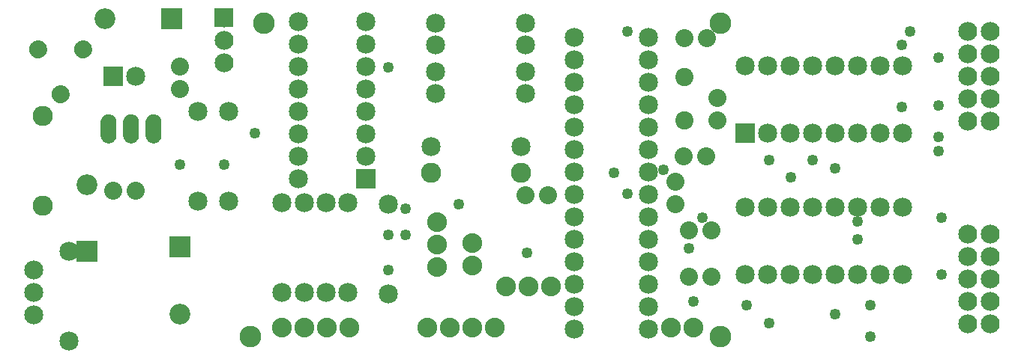
<source format=gbs>
G04 MADE WITH FRITZING*
G04 WWW.FRITZING.ORG*
G04 DOUBLE SIDED*
G04 HOLES PLATED*
G04 CONTOUR ON CENTER OF CONTOUR VECTOR*
%ASAXBY*%
%FSLAX23Y23*%
%MOIN*%
%OFA0B0*%
%SFA1.0B1.0*%
%ADD10C,0.049370*%
%ADD11C,0.080925*%
%ADD12C,0.080866*%
%ADD13C,0.080000*%
%ADD14C,0.096614*%
%ADD15C,0.092000*%
%ADD16C,0.088000*%
%ADD17C,0.085000*%
%ADD18C,0.084000*%
%ADD19C,0.070000*%
%ADD20C,0.090000*%
%ADD21C,0.084667*%
%ADD22C,0.084695*%
%ADD23R,0.092000X0.092000*%
%ADD24R,0.085000X0.085000*%
%ADD25C,0.030000*%
%ADD26R,0.001000X0.001000*%
%LNMASK0*%
G90*
G70*
G54D10*
X2305Y449D03*
X3044Y234D03*
G54D11*
X3005Y1041D03*
G54D12*
X3005Y1234D03*
G54D13*
X3101Y880D03*
X3001Y880D03*
X3105Y1407D03*
X3005Y1407D03*
G54D10*
X4134Y966D03*
X4134Y1108D03*
X4008Y1435D03*
X4134Y903D03*
X3970Y1377D03*
X3379Y864D03*
X3575Y864D03*
X3279Y215D03*
X3831Y215D03*
X3831Y76D03*
X3772Y589D03*
X3772Y510D03*
X4146Y608D03*
X4146Y353D03*
G54D14*
X1075Y77D03*
X3162Y1474D03*
X1134Y1474D03*
X3162Y77D03*
G54D10*
X1686Y1277D03*
X1095Y982D03*
X957Y844D03*
X760Y844D03*
X3674Y825D03*
X2749Y1435D03*
X2749Y714D03*
X3083Y608D03*
X3477Y785D03*
X2910Y821D03*
X3379Y136D03*
X3674Y175D03*
X1764Y648D03*
X1764Y529D03*
X1686Y529D03*
X3969Y1100D03*
X3024Y470D03*
X2001Y667D03*
X2690Y805D03*
X1686Y372D03*
X4134Y1321D03*
G54D13*
X3022Y549D03*
X3123Y549D03*
X3150Y1039D03*
X3150Y1140D03*
G54D15*
X760Y475D03*
X760Y175D03*
G54D16*
X1512Y116D03*
X1412Y116D03*
X1312Y116D03*
X1212Y116D03*
X2409Y301D03*
X2309Y301D03*
X2209Y301D03*
X2944Y116D03*
X3044Y116D03*
X2060Y492D03*
X2060Y392D03*
X1902Y588D03*
X1902Y488D03*
X1902Y388D03*
G54D17*
X1876Y923D03*
X2276Y923D03*
X977Y1079D03*
X977Y679D03*
G54D18*
X4264Y1438D03*
X4364Y1438D03*
X4264Y1338D03*
X4364Y1338D03*
X4264Y1238D03*
X4364Y1238D03*
X4264Y1138D03*
X4364Y1138D03*
X4264Y1038D03*
X4364Y1038D03*
X4264Y533D03*
X4364Y533D03*
X4264Y433D03*
X4364Y433D03*
X4264Y333D03*
X4364Y333D03*
X4264Y233D03*
X4364Y233D03*
X4264Y133D03*
X4364Y133D03*
G54D16*
X1860Y116D03*
X1960Y116D03*
X2060Y116D03*
X2160Y116D03*
G54D17*
X2845Y111D03*
X2845Y211D03*
X2845Y311D03*
X2845Y411D03*
X2845Y511D03*
X2845Y611D03*
X2845Y711D03*
X2845Y811D03*
X2845Y911D03*
X2845Y1011D03*
X2845Y1111D03*
X2845Y1211D03*
X2845Y1311D03*
X2512Y1411D03*
X2512Y1311D03*
X2512Y1211D03*
X2512Y1111D03*
X2512Y1011D03*
X2512Y911D03*
X2512Y811D03*
X2512Y711D03*
X2512Y611D03*
X2512Y511D03*
X2512Y411D03*
X2512Y311D03*
X2512Y211D03*
X2512Y111D03*
X2845Y1411D03*
G54D18*
X957Y1497D03*
X957Y1397D03*
X957Y1297D03*
G54D17*
X1587Y781D03*
X1287Y781D03*
X1587Y881D03*
X1287Y881D03*
X1587Y981D03*
X1287Y981D03*
X1587Y1081D03*
X1287Y1081D03*
X1587Y1181D03*
X1287Y1181D03*
X1587Y1281D03*
X1287Y1281D03*
X1587Y1381D03*
X1287Y1381D03*
X1587Y1481D03*
X1287Y1481D03*
X3274Y352D03*
X3274Y652D03*
X3374Y352D03*
X3374Y652D03*
X3474Y352D03*
X3474Y652D03*
X3574Y352D03*
X3574Y652D03*
X3674Y352D03*
X3674Y652D03*
X3774Y352D03*
X3774Y652D03*
X3874Y352D03*
X3874Y652D03*
X3974Y352D03*
X3974Y652D03*
X3274Y982D03*
X3274Y1282D03*
X3374Y982D03*
X3374Y1282D03*
X3474Y982D03*
X3474Y1282D03*
X3574Y982D03*
X3574Y1282D03*
X3674Y982D03*
X3674Y1282D03*
X3774Y982D03*
X3774Y1282D03*
X3874Y982D03*
X3874Y1282D03*
X3974Y982D03*
X3974Y1282D03*
G54D15*
X724Y1494D03*
X426Y1494D03*
G54D19*
X644Y1002D03*
X544Y1002D03*
X444Y1002D03*
G54D17*
X464Y1238D03*
X564Y1238D03*
G54D13*
X760Y1279D03*
X760Y1179D03*
G54D17*
X1213Y674D03*
X1213Y274D03*
X1312Y674D03*
X1312Y274D03*
X1410Y674D03*
X1410Y274D03*
X1508Y674D03*
X1508Y274D03*
X2296Y1159D03*
X1896Y1159D03*
X2296Y1258D03*
X1896Y1258D03*
X2296Y1376D03*
X1896Y1376D03*
X2296Y1474D03*
X1896Y1474D03*
G54D20*
X150Y1061D03*
X150Y661D03*
G54D17*
X839Y1079D03*
X839Y679D03*
G54D13*
X463Y726D03*
X564Y726D03*
G54D15*
X347Y456D03*
X347Y754D03*
G54D20*
X2276Y805D03*
X1876Y805D03*
G54D13*
X2396Y707D03*
X2296Y707D03*
X2965Y665D03*
X2965Y766D03*
G54D17*
X1686Y667D03*
X1686Y267D03*
G54D13*
X3123Y344D03*
X3022Y344D03*
G54D17*
X268Y457D03*
X268Y57D03*
G54D21*
X111Y172D03*
X111Y272D03*
G54D22*
X111Y372D03*
G54D23*
X760Y475D03*
G54D24*
X1587Y781D03*
X3274Y982D03*
G54D23*
X725Y1494D03*
G54D24*
X464Y1238D03*
G54D23*
X347Y455D03*
G54D25*
G36*
X3246Y380D02*
X3301Y380D01*
X3301Y325D01*
X3246Y325D01*
X3246Y380D01*
G37*
D02*
G54D26*
X915Y1539D02*
X998Y1539D01*
X915Y1538D02*
X998Y1538D01*
X915Y1537D02*
X998Y1537D01*
X915Y1536D02*
X998Y1536D01*
X915Y1535D02*
X998Y1535D01*
X915Y1534D02*
X998Y1534D01*
X915Y1533D02*
X998Y1533D01*
X915Y1532D02*
X998Y1532D01*
X915Y1531D02*
X998Y1531D01*
X915Y1530D02*
X998Y1530D01*
X915Y1529D02*
X998Y1529D01*
X915Y1528D02*
X998Y1528D01*
X915Y1527D02*
X998Y1527D01*
X915Y1526D02*
X998Y1526D01*
X915Y1525D02*
X998Y1525D01*
X915Y1524D02*
X998Y1524D01*
X915Y1523D02*
X998Y1523D01*
X915Y1522D02*
X998Y1522D01*
X915Y1521D02*
X998Y1521D01*
X915Y1520D02*
X998Y1520D01*
X915Y1519D02*
X998Y1519D01*
X915Y1518D02*
X998Y1518D01*
X915Y1517D02*
X998Y1517D01*
X915Y1516D02*
X998Y1516D01*
X915Y1515D02*
X998Y1515D01*
X915Y1514D02*
X998Y1514D01*
X915Y1513D02*
X998Y1513D01*
X915Y1512D02*
X998Y1512D01*
X915Y1511D02*
X951Y1511D01*
X962Y1511D02*
X998Y1511D01*
X915Y1510D02*
X949Y1510D01*
X964Y1510D02*
X998Y1510D01*
X915Y1509D02*
X947Y1509D01*
X966Y1509D02*
X998Y1509D01*
X915Y1508D02*
X946Y1508D01*
X967Y1508D02*
X998Y1508D01*
X915Y1507D02*
X945Y1507D01*
X968Y1507D02*
X998Y1507D01*
X915Y1506D02*
X944Y1506D01*
X969Y1506D02*
X998Y1506D01*
X915Y1505D02*
X944Y1505D01*
X970Y1505D02*
X998Y1505D01*
X915Y1504D02*
X943Y1504D01*
X970Y1504D02*
X998Y1504D01*
X915Y1503D02*
X943Y1503D01*
X971Y1503D02*
X998Y1503D01*
X915Y1502D02*
X942Y1502D01*
X971Y1502D02*
X998Y1502D01*
X915Y1501D02*
X942Y1501D01*
X971Y1501D02*
X998Y1501D01*
X915Y1500D02*
X942Y1500D01*
X972Y1500D02*
X998Y1500D01*
X915Y1499D02*
X942Y1499D01*
X972Y1499D02*
X998Y1499D01*
X915Y1498D02*
X942Y1498D01*
X972Y1498D02*
X998Y1498D01*
X915Y1497D02*
X942Y1497D01*
X972Y1497D02*
X998Y1497D01*
X915Y1496D02*
X942Y1496D01*
X972Y1496D02*
X998Y1496D01*
X915Y1495D02*
X942Y1495D01*
X972Y1495D02*
X998Y1495D01*
X915Y1494D02*
X942Y1494D01*
X972Y1494D02*
X998Y1494D01*
X915Y1493D02*
X942Y1493D01*
X971Y1493D02*
X998Y1493D01*
X915Y1492D02*
X942Y1492D01*
X971Y1492D02*
X998Y1492D01*
X915Y1491D02*
X943Y1491D01*
X971Y1491D02*
X998Y1491D01*
X915Y1490D02*
X943Y1490D01*
X970Y1490D02*
X998Y1490D01*
X915Y1489D02*
X944Y1489D01*
X969Y1489D02*
X998Y1489D01*
X915Y1488D02*
X945Y1488D01*
X969Y1488D02*
X998Y1488D01*
X915Y1487D02*
X946Y1487D01*
X968Y1487D02*
X998Y1487D01*
X915Y1486D02*
X947Y1486D01*
X967Y1486D02*
X998Y1486D01*
X915Y1485D02*
X948Y1485D01*
X965Y1485D02*
X998Y1485D01*
X915Y1484D02*
X950Y1484D01*
X964Y1484D02*
X998Y1484D01*
X915Y1483D02*
X952Y1483D01*
X961Y1483D02*
X998Y1483D01*
X915Y1482D02*
X998Y1482D01*
X915Y1481D02*
X998Y1481D01*
X915Y1480D02*
X998Y1480D01*
X915Y1479D02*
X998Y1479D01*
X915Y1478D02*
X998Y1478D01*
X915Y1477D02*
X998Y1477D01*
X915Y1476D02*
X998Y1476D01*
X915Y1475D02*
X998Y1475D01*
X915Y1474D02*
X998Y1474D01*
X915Y1473D02*
X998Y1473D01*
X915Y1472D02*
X998Y1472D01*
X915Y1471D02*
X998Y1471D01*
X915Y1470D02*
X998Y1470D01*
X915Y1469D02*
X998Y1469D01*
X915Y1468D02*
X998Y1468D01*
X915Y1467D02*
X998Y1467D01*
X915Y1466D02*
X998Y1466D01*
X915Y1465D02*
X998Y1465D01*
X915Y1464D02*
X998Y1464D01*
X915Y1463D02*
X998Y1463D01*
X915Y1462D02*
X998Y1462D01*
X915Y1461D02*
X998Y1461D01*
X915Y1460D02*
X998Y1460D01*
X915Y1459D02*
X998Y1459D01*
X915Y1458D02*
X998Y1458D01*
X915Y1457D02*
X998Y1457D01*
X915Y1456D02*
X998Y1456D01*
X126Y1396D02*
X134Y1396D01*
X326Y1396D02*
X334Y1396D01*
X121Y1395D02*
X139Y1395D01*
X321Y1395D02*
X339Y1395D01*
X117Y1394D02*
X143Y1394D01*
X317Y1394D02*
X343Y1394D01*
X115Y1393D02*
X145Y1393D01*
X315Y1393D02*
X345Y1393D01*
X113Y1392D02*
X147Y1392D01*
X313Y1392D02*
X347Y1392D01*
X111Y1391D02*
X149Y1391D01*
X311Y1391D02*
X349Y1391D01*
X109Y1390D02*
X151Y1390D01*
X309Y1390D02*
X351Y1390D01*
X108Y1389D02*
X152Y1389D01*
X308Y1389D02*
X352Y1389D01*
X106Y1388D02*
X154Y1388D01*
X306Y1388D02*
X354Y1388D01*
X105Y1387D02*
X155Y1387D01*
X305Y1387D02*
X355Y1387D01*
X104Y1386D02*
X156Y1386D01*
X304Y1386D02*
X356Y1386D01*
X103Y1385D02*
X157Y1385D01*
X303Y1385D02*
X357Y1385D01*
X102Y1384D02*
X158Y1384D01*
X302Y1384D02*
X358Y1384D01*
X101Y1383D02*
X159Y1383D01*
X301Y1383D02*
X359Y1383D01*
X100Y1382D02*
X160Y1382D01*
X300Y1382D02*
X360Y1382D01*
X99Y1381D02*
X161Y1381D01*
X299Y1381D02*
X361Y1381D01*
X98Y1380D02*
X162Y1380D01*
X298Y1380D02*
X362Y1380D01*
X98Y1379D02*
X162Y1379D01*
X298Y1379D02*
X362Y1379D01*
X97Y1378D02*
X163Y1378D01*
X297Y1378D02*
X363Y1378D01*
X96Y1377D02*
X164Y1377D01*
X296Y1377D02*
X364Y1377D01*
X96Y1376D02*
X164Y1376D01*
X296Y1376D02*
X364Y1376D01*
X95Y1375D02*
X165Y1375D01*
X295Y1375D02*
X365Y1375D01*
X95Y1374D02*
X165Y1374D01*
X295Y1374D02*
X365Y1374D01*
X94Y1373D02*
X166Y1373D01*
X294Y1373D02*
X366Y1373D01*
X94Y1372D02*
X166Y1372D01*
X294Y1372D02*
X366Y1372D01*
X93Y1371D02*
X167Y1371D01*
X293Y1371D02*
X367Y1371D01*
X93Y1370D02*
X167Y1370D01*
X293Y1370D02*
X367Y1370D01*
X93Y1369D02*
X167Y1369D01*
X293Y1369D02*
X367Y1369D01*
X92Y1368D02*
X168Y1368D01*
X292Y1368D02*
X368Y1368D01*
X92Y1367D02*
X168Y1367D01*
X292Y1367D02*
X368Y1367D01*
X92Y1366D02*
X168Y1366D01*
X292Y1366D02*
X368Y1366D01*
X92Y1365D02*
X168Y1365D01*
X292Y1365D02*
X368Y1365D01*
X91Y1364D02*
X169Y1364D01*
X291Y1364D02*
X369Y1364D01*
X91Y1363D02*
X169Y1363D01*
X291Y1363D02*
X369Y1363D01*
X91Y1362D02*
X169Y1362D01*
X291Y1362D02*
X369Y1362D01*
X91Y1361D02*
X169Y1361D01*
X291Y1361D02*
X369Y1361D01*
X91Y1360D02*
X169Y1360D01*
X291Y1360D02*
X369Y1360D01*
X91Y1359D02*
X169Y1359D01*
X291Y1359D02*
X369Y1359D01*
X91Y1358D02*
X169Y1358D01*
X291Y1358D02*
X369Y1358D01*
X91Y1357D02*
X169Y1357D01*
X291Y1357D02*
X369Y1357D01*
X91Y1356D02*
X169Y1356D01*
X291Y1356D02*
X369Y1356D01*
X91Y1355D02*
X169Y1355D01*
X291Y1355D02*
X369Y1355D01*
X91Y1354D02*
X169Y1354D01*
X291Y1354D02*
X369Y1354D01*
X91Y1353D02*
X169Y1353D01*
X291Y1353D02*
X369Y1353D01*
X91Y1352D02*
X169Y1352D01*
X291Y1352D02*
X369Y1352D01*
X91Y1351D02*
X169Y1351D01*
X291Y1351D02*
X369Y1351D01*
X91Y1350D02*
X169Y1350D01*
X291Y1350D02*
X369Y1350D01*
X91Y1349D02*
X169Y1349D01*
X291Y1349D02*
X369Y1349D01*
X91Y1348D02*
X169Y1348D01*
X291Y1348D02*
X369Y1348D01*
X92Y1347D02*
X168Y1347D01*
X292Y1347D02*
X368Y1347D01*
X92Y1346D02*
X168Y1346D01*
X292Y1346D02*
X368Y1346D01*
X92Y1345D02*
X168Y1345D01*
X292Y1345D02*
X368Y1345D01*
X93Y1344D02*
X168Y1344D01*
X292Y1344D02*
X368Y1344D01*
X93Y1343D02*
X167Y1343D01*
X293Y1343D02*
X367Y1343D01*
X93Y1342D02*
X167Y1342D01*
X293Y1342D02*
X367Y1342D01*
X94Y1341D02*
X166Y1341D01*
X294Y1341D02*
X366Y1341D01*
X94Y1340D02*
X166Y1340D01*
X294Y1340D02*
X366Y1340D01*
X95Y1339D02*
X166Y1339D01*
X294Y1339D02*
X365Y1339D01*
X95Y1338D02*
X165Y1338D01*
X295Y1338D02*
X365Y1338D01*
X96Y1337D02*
X164Y1337D01*
X296Y1337D02*
X364Y1337D01*
X96Y1336D02*
X164Y1336D01*
X296Y1336D02*
X364Y1336D01*
X97Y1335D02*
X163Y1335D01*
X297Y1335D02*
X363Y1335D01*
X97Y1334D02*
X163Y1334D01*
X297Y1334D02*
X363Y1334D01*
X98Y1333D02*
X162Y1333D01*
X298Y1333D02*
X362Y1333D01*
X99Y1332D02*
X161Y1332D01*
X299Y1332D02*
X361Y1332D01*
X100Y1331D02*
X160Y1331D01*
X300Y1331D02*
X360Y1331D01*
X100Y1330D02*
X160Y1330D01*
X300Y1330D02*
X360Y1330D01*
X101Y1329D02*
X159Y1329D01*
X301Y1329D02*
X359Y1329D01*
X102Y1328D02*
X158Y1328D01*
X302Y1328D02*
X358Y1328D01*
X103Y1327D02*
X157Y1327D01*
X303Y1327D02*
X357Y1327D01*
X104Y1326D02*
X156Y1326D01*
X304Y1326D02*
X356Y1326D01*
X106Y1325D02*
X154Y1325D01*
X306Y1325D02*
X354Y1325D01*
X107Y1324D02*
X153Y1324D01*
X307Y1324D02*
X353Y1324D01*
X108Y1323D02*
X152Y1323D01*
X308Y1323D02*
X352Y1323D01*
X110Y1322D02*
X150Y1322D01*
X310Y1322D02*
X350Y1322D01*
X112Y1321D02*
X148Y1321D01*
X312Y1321D02*
X348Y1321D01*
X114Y1320D02*
X146Y1320D01*
X314Y1320D02*
X346Y1320D01*
X116Y1319D02*
X144Y1319D01*
X316Y1319D02*
X344Y1319D01*
X119Y1318D02*
X141Y1318D01*
X319Y1318D02*
X341Y1318D01*
X124Y1317D02*
X136Y1317D01*
X324Y1317D02*
X336Y1317D01*
X226Y1196D02*
X234Y1196D01*
X221Y1195D02*
X239Y1195D01*
X217Y1194D02*
X243Y1194D01*
X215Y1193D02*
X245Y1193D01*
X213Y1192D02*
X248Y1192D01*
X211Y1191D02*
X249Y1191D01*
X209Y1190D02*
X251Y1190D01*
X208Y1189D02*
X252Y1189D01*
X206Y1188D02*
X254Y1188D01*
X205Y1187D02*
X255Y1187D01*
X204Y1186D02*
X256Y1186D01*
X203Y1185D02*
X257Y1185D01*
X202Y1184D02*
X258Y1184D01*
X201Y1183D02*
X259Y1183D01*
X200Y1182D02*
X260Y1182D01*
X199Y1181D02*
X261Y1181D01*
X198Y1180D02*
X262Y1180D01*
X198Y1179D02*
X262Y1179D01*
X197Y1178D02*
X263Y1178D01*
X196Y1177D02*
X264Y1177D01*
X196Y1176D02*
X264Y1176D01*
X195Y1175D02*
X265Y1175D01*
X195Y1174D02*
X265Y1174D01*
X194Y1173D02*
X266Y1173D01*
X194Y1172D02*
X266Y1172D01*
X193Y1171D02*
X267Y1171D01*
X193Y1170D02*
X267Y1170D01*
X193Y1169D02*
X267Y1169D01*
X192Y1168D02*
X268Y1168D01*
X192Y1167D02*
X268Y1167D01*
X192Y1166D02*
X268Y1166D01*
X192Y1165D02*
X268Y1165D01*
X191Y1164D02*
X269Y1164D01*
X191Y1163D02*
X269Y1163D01*
X191Y1162D02*
X269Y1162D01*
X191Y1161D02*
X269Y1161D01*
X191Y1160D02*
X269Y1160D01*
X191Y1159D02*
X269Y1159D01*
X191Y1158D02*
X269Y1158D01*
X191Y1157D02*
X269Y1157D01*
X191Y1156D02*
X269Y1156D01*
X191Y1155D02*
X269Y1155D01*
X191Y1154D02*
X269Y1154D01*
X191Y1153D02*
X269Y1153D01*
X191Y1152D02*
X269Y1152D01*
X191Y1151D02*
X269Y1151D01*
X191Y1150D02*
X269Y1150D01*
X191Y1149D02*
X269Y1149D01*
X191Y1148D02*
X269Y1148D01*
X192Y1147D02*
X268Y1147D01*
X192Y1146D02*
X268Y1146D01*
X192Y1145D02*
X268Y1145D01*
X193Y1144D02*
X268Y1144D01*
X193Y1143D02*
X267Y1143D01*
X193Y1142D02*
X267Y1142D01*
X194Y1141D02*
X266Y1141D01*
X194Y1140D02*
X266Y1140D01*
X195Y1139D02*
X265Y1139D01*
X195Y1138D02*
X265Y1138D01*
X196Y1137D02*
X264Y1137D01*
X196Y1136D02*
X264Y1136D01*
X197Y1135D02*
X263Y1135D01*
X197Y1134D02*
X263Y1134D01*
X198Y1133D02*
X262Y1133D01*
X199Y1132D02*
X261Y1132D01*
X200Y1131D02*
X260Y1131D01*
X201Y1130D02*
X260Y1130D01*
X201Y1129D02*
X259Y1129D01*
X202Y1128D02*
X258Y1128D01*
X203Y1127D02*
X257Y1127D01*
X205Y1126D02*
X255Y1126D01*
X206Y1125D02*
X254Y1125D01*
X207Y1124D02*
X253Y1124D01*
X209Y1123D02*
X251Y1123D01*
X210Y1122D02*
X250Y1122D01*
X212Y1121D02*
X248Y1121D01*
X214Y1120D02*
X246Y1120D01*
X216Y1119D02*
X244Y1119D01*
X219Y1118D02*
X241Y1118D01*
X224Y1117D02*
X236Y1117D01*
X443Y1067D02*
X444Y1067D01*
X543Y1067D02*
X544Y1067D01*
X643Y1067D02*
X644Y1067D01*
X436Y1066D02*
X451Y1066D01*
X536Y1066D02*
X551Y1066D01*
X636Y1066D02*
X651Y1066D01*
X432Y1065D02*
X454Y1065D01*
X532Y1065D02*
X554Y1065D01*
X632Y1065D02*
X654Y1065D01*
X430Y1064D02*
X457Y1064D01*
X530Y1064D02*
X557Y1064D01*
X630Y1064D02*
X657Y1064D01*
X428Y1063D02*
X459Y1063D01*
X528Y1063D02*
X559Y1063D01*
X628Y1063D02*
X659Y1063D01*
X426Y1062D02*
X461Y1062D01*
X526Y1062D02*
X561Y1062D01*
X626Y1062D02*
X661Y1062D01*
X424Y1061D02*
X462Y1061D01*
X524Y1061D02*
X562Y1061D01*
X624Y1061D02*
X662Y1061D01*
X423Y1060D02*
X464Y1060D01*
X523Y1060D02*
X564Y1060D01*
X623Y1060D02*
X664Y1060D01*
X422Y1059D02*
X465Y1059D01*
X522Y1059D02*
X565Y1059D01*
X622Y1059D02*
X665Y1059D01*
X420Y1058D02*
X466Y1058D01*
X520Y1058D02*
X566Y1058D01*
X620Y1058D02*
X666Y1058D01*
X419Y1057D02*
X467Y1057D01*
X519Y1057D02*
X567Y1057D01*
X619Y1057D02*
X667Y1057D01*
X418Y1056D02*
X468Y1056D01*
X518Y1056D02*
X568Y1056D01*
X618Y1056D02*
X668Y1056D01*
X418Y1055D02*
X469Y1055D01*
X517Y1055D02*
X569Y1055D01*
X617Y1055D02*
X669Y1055D01*
X417Y1054D02*
X470Y1054D01*
X517Y1054D02*
X570Y1054D01*
X617Y1054D02*
X670Y1054D01*
X416Y1053D02*
X471Y1053D01*
X516Y1053D02*
X571Y1053D01*
X616Y1053D02*
X671Y1053D01*
X415Y1052D02*
X472Y1052D01*
X515Y1052D02*
X572Y1052D01*
X615Y1052D02*
X672Y1052D01*
X415Y1051D02*
X472Y1051D01*
X515Y1051D02*
X572Y1051D01*
X615Y1051D02*
X672Y1051D01*
X414Y1050D02*
X473Y1050D01*
X514Y1050D02*
X573Y1050D01*
X614Y1050D02*
X673Y1050D01*
X413Y1049D02*
X473Y1049D01*
X513Y1049D02*
X573Y1049D01*
X613Y1049D02*
X673Y1049D01*
X413Y1048D02*
X474Y1048D01*
X513Y1048D02*
X574Y1048D01*
X613Y1048D02*
X674Y1048D01*
X412Y1047D02*
X474Y1047D01*
X512Y1047D02*
X574Y1047D01*
X612Y1047D02*
X674Y1047D01*
X412Y1046D02*
X475Y1046D01*
X512Y1046D02*
X575Y1046D01*
X612Y1046D02*
X675Y1046D01*
X411Y1045D02*
X475Y1045D01*
X511Y1045D02*
X575Y1045D01*
X611Y1045D02*
X675Y1045D01*
X411Y1044D02*
X476Y1044D01*
X511Y1044D02*
X576Y1044D01*
X611Y1044D02*
X676Y1044D01*
X411Y1043D02*
X476Y1043D01*
X511Y1043D02*
X576Y1043D01*
X611Y1043D02*
X676Y1043D01*
X410Y1042D02*
X476Y1042D01*
X510Y1042D02*
X576Y1042D01*
X610Y1042D02*
X676Y1042D01*
X410Y1041D02*
X477Y1041D01*
X510Y1041D02*
X577Y1041D01*
X610Y1041D02*
X677Y1041D01*
X410Y1040D02*
X477Y1040D01*
X510Y1040D02*
X577Y1040D01*
X610Y1040D02*
X677Y1040D01*
X410Y1039D02*
X477Y1039D01*
X510Y1039D02*
X577Y1039D01*
X610Y1039D02*
X677Y1039D01*
X409Y1038D02*
X477Y1038D01*
X509Y1038D02*
X577Y1038D01*
X609Y1038D02*
X677Y1038D01*
X409Y1037D02*
X477Y1037D01*
X509Y1037D02*
X577Y1037D01*
X609Y1037D02*
X677Y1037D01*
X409Y1036D02*
X478Y1036D01*
X509Y1036D02*
X578Y1036D01*
X609Y1036D02*
X678Y1036D01*
X409Y1035D02*
X478Y1035D01*
X509Y1035D02*
X578Y1035D01*
X609Y1035D02*
X678Y1035D01*
X409Y1034D02*
X478Y1034D01*
X509Y1034D02*
X578Y1034D01*
X609Y1034D02*
X678Y1034D01*
X409Y1033D02*
X478Y1033D01*
X509Y1033D02*
X578Y1033D01*
X609Y1033D02*
X678Y1033D01*
X409Y1032D02*
X478Y1032D01*
X509Y1032D02*
X578Y1032D01*
X609Y1032D02*
X678Y1032D01*
X409Y1031D02*
X478Y1031D01*
X509Y1031D02*
X578Y1031D01*
X609Y1031D02*
X678Y1031D01*
X409Y1030D02*
X478Y1030D01*
X509Y1030D02*
X578Y1030D01*
X609Y1030D02*
X678Y1030D01*
X409Y1029D02*
X478Y1029D01*
X509Y1029D02*
X578Y1029D01*
X609Y1029D02*
X678Y1029D01*
X409Y1028D02*
X478Y1028D01*
X509Y1028D02*
X578Y1028D01*
X609Y1028D02*
X678Y1028D01*
X409Y1027D02*
X478Y1027D01*
X509Y1027D02*
X578Y1027D01*
X609Y1027D02*
X678Y1027D01*
X409Y1026D02*
X478Y1026D01*
X509Y1026D02*
X578Y1026D01*
X609Y1026D02*
X678Y1026D01*
X409Y1025D02*
X478Y1025D01*
X509Y1025D02*
X578Y1025D01*
X609Y1025D02*
X678Y1025D01*
X409Y1024D02*
X478Y1024D01*
X509Y1024D02*
X578Y1024D01*
X609Y1024D02*
X678Y1024D01*
X409Y1023D02*
X478Y1023D01*
X509Y1023D02*
X578Y1023D01*
X609Y1023D02*
X678Y1023D01*
X409Y1022D02*
X478Y1022D01*
X509Y1022D02*
X578Y1022D01*
X609Y1022D02*
X678Y1022D01*
X409Y1021D02*
X478Y1021D01*
X509Y1021D02*
X578Y1021D01*
X609Y1021D02*
X678Y1021D01*
X409Y1020D02*
X478Y1020D01*
X509Y1020D02*
X578Y1020D01*
X609Y1020D02*
X678Y1020D01*
X409Y1019D02*
X478Y1019D01*
X509Y1019D02*
X578Y1019D01*
X609Y1019D02*
X678Y1019D01*
X409Y1018D02*
X478Y1018D01*
X509Y1018D02*
X578Y1018D01*
X609Y1018D02*
X678Y1018D01*
X409Y1017D02*
X442Y1017D01*
X445Y1017D02*
X478Y1017D01*
X509Y1017D02*
X542Y1017D01*
X545Y1017D02*
X578Y1017D01*
X609Y1017D02*
X642Y1017D01*
X645Y1017D02*
X678Y1017D01*
X409Y1016D02*
X437Y1016D01*
X450Y1016D02*
X478Y1016D01*
X509Y1016D02*
X537Y1016D01*
X550Y1016D02*
X578Y1016D01*
X609Y1016D02*
X637Y1016D01*
X650Y1016D02*
X678Y1016D01*
X409Y1015D02*
X435Y1015D01*
X451Y1015D02*
X478Y1015D01*
X509Y1015D02*
X535Y1015D01*
X551Y1015D02*
X578Y1015D01*
X609Y1015D02*
X635Y1015D01*
X651Y1015D02*
X678Y1015D01*
X409Y1014D02*
X434Y1014D01*
X453Y1014D02*
X478Y1014D01*
X509Y1014D02*
X534Y1014D01*
X553Y1014D02*
X578Y1014D01*
X609Y1014D02*
X634Y1014D01*
X653Y1014D02*
X678Y1014D01*
X409Y1013D02*
X433Y1013D01*
X454Y1013D02*
X478Y1013D01*
X509Y1013D02*
X533Y1013D01*
X554Y1013D02*
X578Y1013D01*
X609Y1013D02*
X633Y1013D01*
X654Y1013D02*
X678Y1013D01*
X409Y1012D02*
X432Y1012D01*
X455Y1012D02*
X478Y1012D01*
X509Y1012D02*
X532Y1012D01*
X555Y1012D02*
X578Y1012D01*
X609Y1012D02*
X632Y1012D01*
X655Y1012D02*
X678Y1012D01*
X409Y1011D02*
X431Y1011D01*
X456Y1011D02*
X478Y1011D01*
X509Y1011D02*
X531Y1011D01*
X556Y1011D02*
X578Y1011D01*
X609Y1011D02*
X631Y1011D01*
X656Y1011D02*
X678Y1011D01*
X409Y1010D02*
X430Y1010D01*
X457Y1010D02*
X478Y1010D01*
X509Y1010D02*
X530Y1010D01*
X557Y1010D02*
X578Y1010D01*
X609Y1010D02*
X630Y1010D01*
X657Y1010D02*
X678Y1010D01*
X409Y1009D02*
X430Y1009D01*
X457Y1009D02*
X478Y1009D01*
X509Y1009D02*
X530Y1009D01*
X557Y1009D02*
X578Y1009D01*
X609Y1009D02*
X630Y1009D01*
X657Y1009D02*
X678Y1009D01*
X409Y1008D02*
X429Y1008D01*
X458Y1008D02*
X478Y1008D01*
X509Y1008D02*
X529Y1008D01*
X558Y1008D02*
X578Y1008D01*
X609Y1008D02*
X629Y1008D01*
X658Y1008D02*
X678Y1008D01*
X409Y1007D02*
X429Y1007D01*
X458Y1007D02*
X478Y1007D01*
X509Y1007D02*
X529Y1007D01*
X558Y1007D02*
X578Y1007D01*
X609Y1007D02*
X629Y1007D01*
X658Y1007D02*
X678Y1007D01*
X409Y1006D02*
X428Y1006D01*
X458Y1006D02*
X478Y1006D01*
X509Y1006D02*
X528Y1006D01*
X558Y1006D02*
X578Y1006D01*
X609Y1006D02*
X628Y1006D01*
X658Y1006D02*
X678Y1006D01*
X409Y1005D02*
X428Y1005D01*
X459Y1005D02*
X478Y1005D01*
X509Y1005D02*
X528Y1005D01*
X559Y1005D02*
X578Y1005D01*
X609Y1005D02*
X628Y1005D01*
X659Y1005D02*
X678Y1005D01*
X409Y1004D02*
X428Y1004D01*
X459Y1004D02*
X478Y1004D01*
X509Y1004D02*
X528Y1004D01*
X559Y1004D02*
X578Y1004D01*
X609Y1004D02*
X628Y1004D01*
X659Y1004D02*
X678Y1004D01*
X409Y1003D02*
X428Y1003D01*
X459Y1003D02*
X478Y1003D01*
X509Y1003D02*
X528Y1003D01*
X559Y1003D02*
X578Y1003D01*
X609Y1003D02*
X628Y1003D01*
X659Y1003D02*
X678Y1003D01*
X409Y1002D02*
X428Y1002D01*
X459Y1002D02*
X478Y1002D01*
X509Y1002D02*
X528Y1002D01*
X559Y1002D02*
X578Y1002D01*
X609Y1002D02*
X628Y1002D01*
X659Y1002D02*
X678Y1002D01*
X409Y1001D02*
X428Y1001D01*
X459Y1001D02*
X478Y1001D01*
X509Y1001D02*
X528Y1001D01*
X559Y1001D02*
X578Y1001D01*
X609Y1001D02*
X628Y1001D01*
X659Y1001D02*
X678Y1001D01*
X409Y1000D02*
X428Y1000D01*
X459Y1000D02*
X478Y1000D01*
X509Y1000D02*
X528Y1000D01*
X559Y1000D02*
X578Y1000D01*
X609Y1000D02*
X628Y1000D01*
X659Y1000D02*
X678Y1000D01*
X409Y999D02*
X428Y999D01*
X459Y999D02*
X478Y999D01*
X509Y999D02*
X528Y999D01*
X559Y999D02*
X578Y999D01*
X609Y999D02*
X628Y999D01*
X659Y999D02*
X678Y999D01*
X409Y998D02*
X428Y998D01*
X458Y998D02*
X478Y998D01*
X509Y998D02*
X528Y998D01*
X558Y998D02*
X578Y998D01*
X609Y998D02*
X628Y998D01*
X658Y998D02*
X678Y998D01*
X409Y997D02*
X429Y997D01*
X458Y997D02*
X478Y997D01*
X509Y997D02*
X529Y997D01*
X558Y997D02*
X578Y997D01*
X609Y997D02*
X629Y997D01*
X658Y997D02*
X678Y997D01*
X409Y996D02*
X429Y996D01*
X458Y996D02*
X478Y996D01*
X509Y996D02*
X529Y996D01*
X558Y996D02*
X578Y996D01*
X609Y996D02*
X629Y996D01*
X658Y996D02*
X678Y996D01*
X409Y995D02*
X430Y995D01*
X457Y995D02*
X478Y995D01*
X509Y995D02*
X530Y995D01*
X557Y995D02*
X578Y995D01*
X609Y995D02*
X630Y995D01*
X657Y995D02*
X678Y995D01*
X409Y994D02*
X430Y994D01*
X457Y994D02*
X478Y994D01*
X509Y994D02*
X530Y994D01*
X557Y994D02*
X578Y994D01*
X609Y994D02*
X630Y994D01*
X657Y994D02*
X678Y994D01*
X409Y993D02*
X431Y993D01*
X456Y993D02*
X478Y993D01*
X509Y993D02*
X531Y993D01*
X556Y993D02*
X578Y993D01*
X609Y993D02*
X631Y993D01*
X656Y993D02*
X678Y993D01*
X409Y992D02*
X432Y992D01*
X455Y992D02*
X478Y992D01*
X509Y992D02*
X532Y992D01*
X555Y992D02*
X578Y992D01*
X609Y992D02*
X632Y992D01*
X655Y992D02*
X678Y992D01*
X409Y991D02*
X433Y991D01*
X454Y991D02*
X478Y991D01*
X509Y991D02*
X533Y991D01*
X554Y991D02*
X578Y991D01*
X609Y991D02*
X633Y991D01*
X654Y991D02*
X678Y991D01*
X409Y990D02*
X434Y990D01*
X453Y990D02*
X478Y990D01*
X509Y990D02*
X534Y990D01*
X553Y990D02*
X578Y990D01*
X609Y990D02*
X634Y990D01*
X653Y990D02*
X678Y990D01*
X409Y989D02*
X436Y989D01*
X451Y989D02*
X478Y989D01*
X509Y989D02*
X536Y989D01*
X551Y989D02*
X578Y989D01*
X609Y989D02*
X635Y989D01*
X651Y989D02*
X678Y989D01*
X409Y988D02*
X438Y988D01*
X449Y988D02*
X478Y988D01*
X509Y988D02*
X538Y988D01*
X549Y988D02*
X578Y988D01*
X609Y988D02*
X638Y988D01*
X649Y988D02*
X678Y988D01*
X409Y987D02*
X478Y987D01*
X509Y987D02*
X578Y987D01*
X609Y987D02*
X678Y987D01*
X409Y986D02*
X478Y986D01*
X509Y986D02*
X578Y986D01*
X609Y986D02*
X678Y986D01*
X409Y985D02*
X478Y985D01*
X509Y985D02*
X578Y985D01*
X609Y985D02*
X678Y985D01*
X409Y984D02*
X478Y984D01*
X509Y984D02*
X578Y984D01*
X609Y984D02*
X678Y984D01*
X409Y983D02*
X478Y983D01*
X509Y983D02*
X578Y983D01*
X609Y983D02*
X678Y983D01*
X409Y982D02*
X478Y982D01*
X509Y982D02*
X578Y982D01*
X609Y982D02*
X678Y982D01*
X409Y981D02*
X478Y981D01*
X509Y981D02*
X578Y981D01*
X609Y981D02*
X678Y981D01*
X409Y980D02*
X478Y980D01*
X509Y980D02*
X578Y980D01*
X609Y980D02*
X678Y980D01*
X409Y979D02*
X478Y979D01*
X509Y979D02*
X578Y979D01*
X609Y979D02*
X678Y979D01*
X409Y978D02*
X478Y978D01*
X509Y978D02*
X578Y978D01*
X609Y978D02*
X678Y978D01*
X409Y977D02*
X478Y977D01*
X509Y977D02*
X578Y977D01*
X609Y977D02*
X678Y977D01*
X409Y976D02*
X478Y976D01*
X509Y976D02*
X578Y976D01*
X609Y976D02*
X678Y976D01*
X409Y975D02*
X478Y975D01*
X509Y975D02*
X578Y975D01*
X609Y975D02*
X678Y975D01*
X409Y974D02*
X478Y974D01*
X509Y974D02*
X578Y974D01*
X609Y974D02*
X678Y974D01*
X409Y973D02*
X478Y973D01*
X509Y973D02*
X578Y973D01*
X609Y973D02*
X678Y973D01*
X409Y972D02*
X478Y972D01*
X509Y972D02*
X578Y972D01*
X609Y972D02*
X678Y972D01*
X409Y971D02*
X478Y971D01*
X509Y971D02*
X578Y971D01*
X609Y971D02*
X678Y971D01*
X409Y970D02*
X478Y970D01*
X509Y970D02*
X578Y970D01*
X609Y970D02*
X678Y970D01*
X409Y969D02*
X478Y969D01*
X509Y969D02*
X578Y969D01*
X609Y969D02*
X678Y969D01*
X409Y968D02*
X478Y968D01*
X509Y968D02*
X578Y968D01*
X609Y968D02*
X678Y968D01*
X409Y967D02*
X477Y967D01*
X509Y967D02*
X577Y967D01*
X609Y967D02*
X677Y967D01*
X409Y966D02*
X477Y966D01*
X509Y966D02*
X577Y966D01*
X609Y966D02*
X677Y966D01*
X410Y965D02*
X477Y965D01*
X510Y965D02*
X577Y965D01*
X610Y965D02*
X677Y965D01*
X410Y964D02*
X477Y964D01*
X510Y964D02*
X577Y964D01*
X610Y964D02*
X677Y964D01*
X410Y963D02*
X477Y963D01*
X510Y963D02*
X577Y963D01*
X610Y963D02*
X677Y963D01*
X410Y962D02*
X476Y962D01*
X510Y962D02*
X576Y962D01*
X610Y962D02*
X676Y962D01*
X411Y961D02*
X476Y961D01*
X511Y961D02*
X576Y961D01*
X611Y961D02*
X676Y961D01*
X411Y960D02*
X476Y960D01*
X511Y960D02*
X576Y960D01*
X611Y960D02*
X676Y960D01*
X412Y959D02*
X475Y959D01*
X512Y959D02*
X575Y959D01*
X612Y959D02*
X675Y959D01*
X412Y958D02*
X475Y958D01*
X512Y958D02*
X575Y958D01*
X612Y958D02*
X675Y958D01*
X412Y957D02*
X474Y957D01*
X512Y957D02*
X574Y957D01*
X612Y957D02*
X674Y957D01*
X413Y956D02*
X474Y956D01*
X513Y956D02*
X574Y956D01*
X613Y956D02*
X674Y956D01*
X413Y955D02*
X473Y955D01*
X513Y955D02*
X573Y955D01*
X613Y955D02*
X673Y955D01*
X414Y954D02*
X473Y954D01*
X514Y954D02*
X573Y954D01*
X614Y954D02*
X673Y954D01*
X415Y953D02*
X472Y953D01*
X515Y953D02*
X572Y953D01*
X615Y953D02*
X672Y953D01*
X415Y952D02*
X471Y952D01*
X515Y952D02*
X571Y952D01*
X615Y952D02*
X671Y952D01*
X416Y951D02*
X471Y951D01*
X516Y951D02*
X571Y951D01*
X616Y951D02*
X671Y951D01*
X417Y950D02*
X470Y950D01*
X517Y950D02*
X570Y950D01*
X617Y950D02*
X670Y950D01*
X418Y949D02*
X469Y949D01*
X518Y949D02*
X569Y949D01*
X618Y949D02*
X669Y949D01*
X419Y948D02*
X468Y948D01*
X519Y948D02*
X568Y948D01*
X619Y948D02*
X668Y948D01*
X420Y947D02*
X467Y947D01*
X520Y947D02*
X567Y947D01*
X619Y947D02*
X667Y947D01*
X421Y946D02*
X466Y946D01*
X521Y946D02*
X566Y946D01*
X621Y946D02*
X666Y946D01*
X422Y945D02*
X465Y945D01*
X522Y945D02*
X565Y945D01*
X622Y945D02*
X665Y945D01*
X423Y944D02*
X464Y944D01*
X523Y944D02*
X564Y944D01*
X623Y944D02*
X664Y944D01*
X425Y943D02*
X462Y943D01*
X525Y943D02*
X562Y943D01*
X625Y943D02*
X662Y943D01*
X426Y942D02*
X461Y942D01*
X526Y942D02*
X561Y942D01*
X626Y942D02*
X661Y942D01*
X428Y941D02*
X459Y941D01*
X528Y941D02*
X559Y941D01*
X628Y941D02*
X659Y941D01*
X430Y940D02*
X457Y940D01*
X530Y940D02*
X557Y940D01*
X630Y940D02*
X657Y940D01*
X433Y939D02*
X454Y939D01*
X533Y939D02*
X554Y939D01*
X633Y939D02*
X654Y939D01*
X436Y938D02*
X450Y938D01*
X536Y938D02*
X550Y938D01*
X636Y938D02*
X650Y938D01*
D02*
G04 End of Mask0*
M02*
</source>
